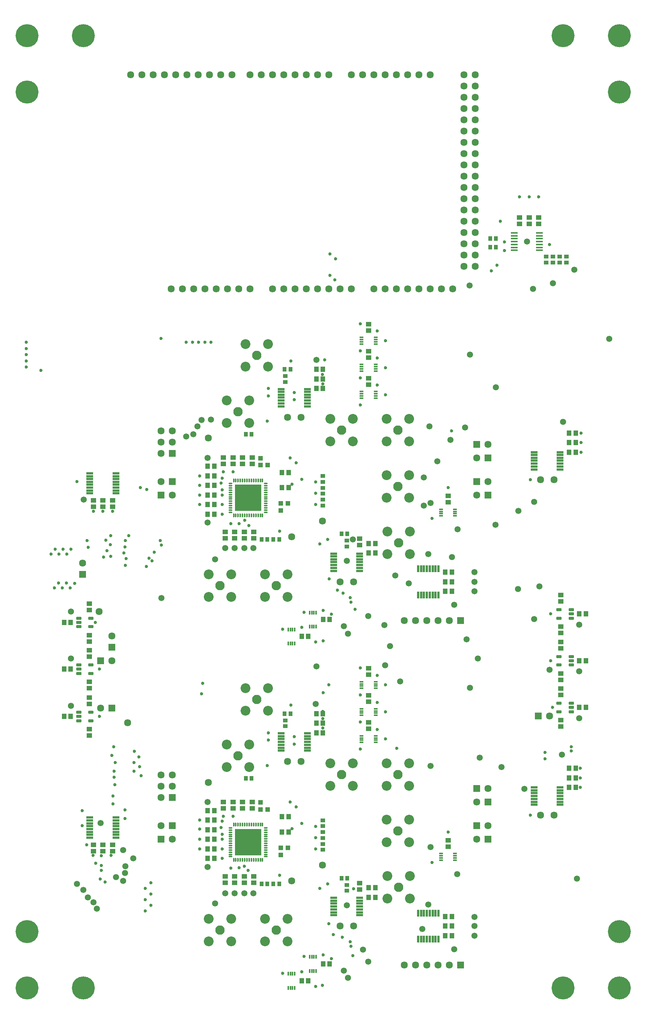
<source format=gbr>
%FSTAX23Y23*%
%MOIN*%
%SFA1B1*%

%IPPOS*%
%AMD41*
4,1,8,0.021900,-0.009800,0.021900,0.009800,0.017700,0.014000,-0.017700,0.014000,-0.021900,0.009800,-0.021900,-0.009800,-0.017700,-0.014000,0.017700,-0.014000,0.021900,-0.009800,0.0*
1,1,0.008426,0.017700,-0.009800*
1,1,0.008426,0.017700,0.009800*
1,1,0.008426,-0.017700,0.009800*
1,1,0.008426,-0.017700,-0.009800*
%
%ADD31O,0.033937X0.014252*%
%ADD32O,0.014252X0.033937*%
%ADD33R,0.238268X0.238268*%
%ADD34R,0.045748X0.041811*%
%ADD35R,0.041811X0.035906*%
%ADD36R,0.062992X0.013780*%
%ADD37R,0.035906X0.041811*%
%ADD38R,0.062480X0.022126*%
%ADD39R,0.041811X0.045748*%
%ADD40R,0.037874X0.016220*%
G04~CAMADD=41~8~0.0~0.0~280.3~437.8~42.1~0.0~15~0.0~0.0~0.0~0.0~0~0.0~0.0~0.0~0.0~0~0.0~0.0~0.0~270.0~438.0~280.0*
%ADD41D41*%
%ADD42R,0.022126X0.062480*%
%ADD43R,0.016220X0.037874*%
%ADD44R,0.039843X0.039843*%
%ADD45R,0.039843X0.039843*%
%ADD46C,0.204409*%
%ADD47C,0.063465*%
%ADD48C,0.087087*%
%ADD49R,0.063465X0.063465*%
%ADD50C,0.083150*%
%ADD51R,0.063465X0.063465*%
%ADD52C,0.029409*%
%ADD53C,0.054409*%
%LNcfd_2channel_soldermask_top-1*%
%LPD*%
G54D31*
X01959Y01572D03*
Y01553D03*
Y01533D03*
Y01513D03*
Y01494D03*
Y01474D03*
Y01454D03*
Y01435D03*
Y01415D03*
Y01395D03*
Y01376D03*
Y01356D03*
Y01336D03*
Y01317D03*
X0227D03*
Y01336D03*
Y01356D03*
Y01376D03*
Y01395D03*
Y01415D03*
Y01435D03*
Y01454D03*
Y01474D03*
Y01494D03*
Y01513D03*
Y01533D03*
Y01553D03*
Y01572D03*
X01959Y04627D03*
Y04608D03*
Y04588D03*
Y04568D03*
Y04549D03*
Y04529D03*
Y04509D03*
Y0449D03*
Y0447D03*
Y0445D03*
Y04431D03*
Y04411D03*
Y04391D03*
Y04372D03*
X0227D03*
Y04391D03*
Y04411D03*
Y04431D03*
Y0445D03*
Y0447D03*
Y0449D03*
Y04509D03*
Y04529D03*
Y04549D03*
Y04568D03*
Y04588D03*
Y04608D03*
Y04627D03*
G54D32*
X01987Y01289D03*
X02006D03*
X02026D03*
X02046D03*
X02065D03*
X02085D03*
X02105D03*
X02124D03*
X02144D03*
X02164D03*
X02183D03*
X02203D03*
X02223D03*
X02242D03*
Y016D03*
X02223D03*
X02203D03*
X02183D03*
X02164D03*
X02144D03*
X02124D03*
X02105D03*
X02085D03*
X02065D03*
X02046D03*
X02026D03*
X02006D03*
X01987D03*
Y04344D03*
X02006D03*
X02026D03*
X02046D03*
X02065D03*
X02085D03*
X02105D03*
X02124D03*
X02144D03*
X02164D03*
X02183D03*
X02203D03*
X02223D03*
X02242D03*
Y04655D03*
X02223D03*
X02203D03*
X02183D03*
X02164D03*
X02144D03*
X02124D03*
X02105D03*
X02085D03*
X02065D03*
X02046D03*
X02026D03*
X02006D03*
X01987D03*
G54D33*
X02115Y01445D03*
Y045D03*
G54D34*
X04695Y06931D03*
Y06988D03*
X0461Y06931D03*
Y06988D03*
X04525Y06931D03*
Y06988D03*
X01895Y04801D03*
X0191Y04198D03*
X01895Y01746D03*
X0191Y01143D03*
X0389Y04518D03*
X03185Y06043D03*
Y05803D03*
Y05563D03*
X03105Y04138D03*
X0489Y03301D03*
Y03638D03*
Y03223D03*
X02165Y04141D03*
X0208D03*
X0489Y02886D03*
Y02808D03*
X03185Y02988D03*
Y02748D03*
Y02508D03*
X0489Y02471D03*
X0389Y01463D03*
X03105Y01083D03*
X02165Y01086D03*
X0208D03*
X02065Y04858D03*
X01895D03*
X0198D03*
X01995Y04141D03*
X0191D03*
X0091Y04421D03*
X0074D03*
X00825D03*
X00705Y03563D03*
Y03148D03*
Y03226D03*
Y02728D03*
Y02811D03*
Y02391D03*
X02065Y01803D03*
X0198D03*
X01895D03*
X01995Y01086D03*
X0191D03*
X00825Y01366D03*
X0091D03*
X0074D03*
X0215Y01803D03*
Y01746D03*
X03105Y01026D03*
X03185Y02691D03*
Y02451D03*
Y02931D03*
X01995Y01143D03*
X0198Y01746D03*
X0389Y01406D03*
X0208Y01143D03*
X02065Y01746D03*
X02165Y01143D03*
Y04198D03*
X02065Y04801D03*
X0208Y04198D03*
X0389Y04461D03*
X0198Y04801D03*
X01995Y04198D03*
X03185Y05986D03*
Y05506D03*
Y05746D03*
X03105Y04081D03*
X0215Y04858D03*
Y04801D03*
X0489Y02528D03*
X00705Y02671D03*
X0489Y02751D03*
X00705Y02448D03*
X0489Y03358D03*
Y02943D03*
Y03581D03*
Y03166D03*
X00705Y03506D03*
Y03091D03*
Y03283D03*
Y02868D03*
X0074Y04478D03*
X00825D03*
X0091D03*
X0074Y01423D03*
X00825D03*
X0091D03*
G54D35*
X0494Y06589D03*
Y0664D03*
X0482Y06589D03*
Y0664D03*
X0488Y06589D03*
Y0664D03*
X0476Y06589D03*
Y0664D03*
X02779Y04643D03*
Y04538D03*
Y04433D03*
Y01588D03*
Y01483D03*
Y01378D03*
Y01639D03*
X02445Y02525D03*
Y02474D03*
X02779Y01534D03*
X0299Y01065D03*
Y01014D03*
X02779Y01429D03*
Y04484D03*
X0299Y0412D03*
Y04069D03*
X02779Y04589D03*
X02445Y0558D03*
Y05529D03*
X02779Y04694D03*
G54D36*
X047Y06851D03*
Y06826D03*
Y068D03*
Y06775D03*
Y06749D03*
Y06723D03*
Y06698D03*
X04479D03*
Y06723D03*
Y06749D03*
Y06775D03*
Y068D03*
Y06826D03*
Y06851D03*
G54D37*
X04264Y06725D03*
X04315D03*
X04315Y068D03*
X04264D03*
X0249Y0564D03*
X02145Y05065D03*
X02944Y0418D03*
X02285Y0413D03*
X0239D03*
X0249Y02585D03*
X02145Y0201D03*
X02944Y01125D03*
X02285Y01075D03*
X0239D03*
X02094Y0201D03*
X02339Y01075D03*
X02234D03*
X02439Y02585D03*
X02995Y01125D03*
Y0418D03*
X02439Y0564D03*
X02234Y0413D03*
X02339D03*
X02094Y05065D03*
G54D38*
X04654Y04804D03*
X02409Y05364D03*
Y02309D03*
X04654Y01829D03*
X02874Y03904D03*
Y00849D03*
X04654Y04753D03*
X02409Y05313D03*
X02874Y03853D03*
X04654Y01778D03*
X02409Y02258D03*
X02874Y00798D03*
X00709Y04642D03*
Y01664D03*
Y01638D03*
Y01587D03*
Y01485D03*
X04654Y04906D03*
Y04881D03*
Y04855D03*
Y0483D03*
Y04778D03*
X04885Y04753D03*
Y04778D03*
Y04804D03*
Y0483D03*
Y04855D03*
Y04881D03*
Y04906D03*
X02409Y02411D03*
Y02386D03*
Y0236D03*
Y02335D03*
Y02283D03*
X0264Y02258D03*
Y02283D03*
Y02309D03*
Y02335D03*
Y0236D03*
Y02386D03*
Y02411D03*
X02874Y00951D03*
Y00926D03*
Y009D03*
Y00875D03*
Y00823D03*
X03105Y00798D03*
Y00823D03*
Y00849D03*
Y00875D03*
Y009D03*
Y00926D03*
Y00951D03*
X02874Y04006D03*
Y03981D03*
Y03955D03*
Y0393D03*
Y03878D03*
X03105Y03853D03*
Y03878D03*
Y03904D03*
Y0393D03*
Y03955D03*
Y03981D03*
Y04006D03*
X02409Y05466D03*
Y05441D03*
Y05415D03*
Y0539D03*
Y05338D03*
X0264Y05313D03*
Y05338D03*
Y05364D03*
Y0539D03*
Y05415D03*
Y05441D03*
Y05466D03*
X04885Y01931D03*
Y01906D03*
Y0188D03*
Y01855D03*
Y01829D03*
Y01803D03*
Y01778D03*
X04654Y01803D03*
Y01855D03*
Y0188D03*
Y01906D03*
Y01931D03*
X0094Y0454D03*
Y04566D03*
Y04591D03*
Y04617D03*
Y04642D03*
Y04668D03*
Y04693D03*
Y04719D03*
X00709D03*
Y04693D03*
Y04668D03*
Y04617D03*
Y04591D03*
Y04566D03*
Y0454D03*
Y01511D03*
Y01536D03*
Y01562D03*
Y01613D03*
X0094Y01664D03*
Y01638D03*
Y01613D03*
Y01587D03*
Y01562D03*
Y01536D03*
Y01511D03*
Y01485D03*
G54D39*
X01813Y0444D03*
Y01385D03*
X05023Y05075D03*
Y0499D03*
Y04905D03*
X03243Y04095D03*
X05056Y0347D03*
X03923Y0384D03*
Y03755D03*
X03243Y0401D03*
X03923Y0367D03*
X02777Y05555D03*
Y0564D03*
Y0547D03*
X02473Y0459D03*
Y04725D03*
X02838Y0342D03*
X02648Y0327D03*
X05056Y03055D03*
Y0264D03*
X05023Y02015D03*
Y021D03*
Y0193D03*
X03923Y007D03*
Y00785D03*
Y00615D03*
X03243Y00955D03*
Y0104D03*
X02777Y025D03*
Y02585D03*
Y02415D03*
X02473Y01535D03*
Y0167D03*
X02838Y00365D03*
X02648Y00215D03*
X01756Y0478D03*
Y0461D03*
Y04695D03*
Y0444D03*
Y04525D03*
Y04355D03*
X00538Y03395D03*
Y0298D03*
Y0256D03*
X01756Y01725D03*
Y0164D03*
Y01555D03*
Y0147D03*
Y01385D03*
Y013D03*
X04966Y05075D03*
Y04905D03*
Y0499D03*
X0272Y02585D03*
Y025D03*
Y02415D03*
X03186Y0104D03*
Y00955D03*
X03866Y00785D03*
Y007D03*
Y00615D03*
X02781Y00365D03*
X02591Y00215D03*
X01813Y0147D03*
Y013D03*
X02416Y0167D03*
X01813Y01555D03*
Y0164D03*
Y01725D03*
X02416Y01535D03*
X01813Y0478D03*
Y04695D03*
Y0461D03*
X02416Y0459D03*
Y04725D03*
X01813Y04355D03*
Y04525D03*
X02591Y0327D03*
X02781Y0342D03*
X03866Y0367D03*
Y03755D03*
Y0384D03*
X03186Y0401D03*
Y04095D03*
X0272Y0547D03*
Y05555D03*
Y0564D03*
X05113Y0264D03*
X00481Y0256D03*
X05113Y0347D03*
Y03055D03*
X00481Y03395D03*
Y0298D03*
X04966Y0193D03*
Y02015D03*
Y021D03*
G54D40*
X03827Y0434D03*
X03122Y05865D03*
Y05385D03*
Y05625D03*
Y0281D03*
Y0257D03*
X03827Y01285D03*
X03122Y0233D03*
X03247Y02629D03*
Y02609D03*
Y0259D03*
Y0257D03*
X03122Y0259D03*
Y02609D03*
Y02629D03*
X03247Y02389D03*
Y02369D03*
Y0235D03*
Y0233D03*
X03122Y0235D03*
Y02369D03*
Y02389D03*
X03247Y02869D03*
Y02849D03*
Y0283D03*
Y0281D03*
X03122Y0283D03*
Y02849D03*
Y02869D03*
X03952Y01344D03*
Y01324D03*
Y01305D03*
Y01285D03*
X03827Y01305D03*
Y01324D03*
Y01344D03*
X03952Y04399D03*
Y04379D03*
Y0436D03*
Y0434D03*
X03827Y0436D03*
Y04379D03*
Y04399D03*
X03122Y05924D03*
Y05904D03*
Y05885D03*
X03247Y05865D03*
Y05885D03*
Y05904D03*
Y05924D03*
X03122Y05444D03*
Y05424D03*
Y05405D03*
X03247Y05385D03*
Y05405D03*
Y05424D03*
Y05444D03*
X03122Y05684D03*
Y05664D03*
Y05645D03*
X03247Y05625D03*
Y05645D03*
Y05664D03*
Y05684D03*
G54D41*
X04984Y0347D03*
Y03055D03*
Y0264D03*
X0061Y03395D03*
Y0298D03*
Y0256D03*
X04875Y02602D03*
Y02677D03*
X04984D03*
Y02602D03*
X0061Y02597D03*
Y02522D03*
X00719D03*
Y02597D03*
X04984Y03432D03*
Y03507D03*
X04875D03*
Y03432D03*
Y03017D03*
Y03092D03*
X04984D03*
Y03017D03*
X0061Y03432D03*
Y03357D03*
X00719D03*
Y03432D03*
X0061Y03017D03*
Y02942D03*
X00719D03*
Y03017D03*
G54D42*
X03702Y03639D03*
Y00584D03*
X03804Y00815D03*
X03778D03*
X03753D03*
X03727D03*
X03702D03*
X03676D03*
X03651D03*
X03625D03*
Y00584D03*
X03651D03*
X03676D03*
X03727D03*
X03753D03*
X03778D03*
X03804D03*
Y0387D03*
X03778D03*
X03753D03*
X03727D03*
X03702D03*
X03676D03*
X03651D03*
X03625D03*
Y03639D03*
X03651D03*
X03676D03*
X03727D03*
X03753D03*
X03778D03*
X03804D03*
G54D43*
X0266Y03482D03*
X0247Y03332D03*
X0266Y00427D03*
X0247Y00277D03*
X02719Y00302D03*
X02699D03*
X0268D03*
X0266D03*
X0268Y00427D03*
X02699D03*
X02719D03*
X02529Y00152D03*
X02509D03*
X0249D03*
X0247D03*
X0249Y00277D03*
X02509D03*
X02529D03*
Y03207D03*
X02509D03*
X0249D03*
X0247D03*
X0249Y03332D03*
X02509D03*
X02529D03*
X02719Y03357D03*
X02699D03*
X0268D03*
X0266D03*
X0268Y03482D03*
X02699D03*
X02719D03*
G54D44*
X02225Y01735D03*
X02287D03*
X02225Y01797D03*
Y0479D03*
X02287D03*
X02225Y04852D03*
G54D45*
X02405Y01395D03*
Y01332D03*
X02467Y01395D03*
X02405Y0445D03*
Y04387D03*
X02467Y0445D03*
G54D46*
X0491Y0015D03*
X0541Y0065D03*
Y081D03*
X0491Y086D03*
X0065Y0015D03*
X0015Y0065D03*
Y081D03*
X0065Y086D03*
X0015D03*
Y0015D03*
X0541Y086D03*
Y0015D03*
G54D47*
X0471Y0466D03*
X02465Y05215D03*
Y0216D03*
X0471Y01685D03*
X0293Y03755D03*
Y007D03*
X00645Y0392D03*
X0413Y06555D03*
X0403D03*
X0203Y06355D03*
X0193D03*
X0137Y08255D03*
X0483Y0466D03*
X0134Y04895D03*
X0144Y04995D03*
X0134D03*
X0144Y05095D03*
X0134D03*
Y0184D03*
X0144Y0194D03*
X0134D03*
X0144Y0204D03*
X0134D03*
X02585Y0216D03*
X0305Y007D03*
X0176Y01975D03*
X039Y00355D03*
X038D03*
X037D03*
X036D03*
X035D03*
X025Y011D03*
X02775Y0124D03*
X0134Y0159D03*
X0144Y0147D03*
X04245Y0192D03*
X04145Y018D03*
X04245Y0159D03*
X04145Y0147D03*
X02775Y04295D03*
X0176Y0503D03*
X04245Y04645D03*
X04145Y04525D03*
X04245Y04975D03*
X04145Y04855D03*
X0134Y04645D03*
X0144Y04525D03*
X025Y04155D03*
X039Y0341D03*
X038D03*
X037D03*
X036D03*
X035D03*
X0305Y03755D03*
X02585Y05215D03*
X0479Y02565D03*
X00805Y02635D03*
X00905Y03055D03*
Y03275D03*
X0483Y01685D03*
X0243Y06355D03*
X0263D03*
X0253D03*
X0283D03*
X0273D03*
X0303D03*
X0293D03*
X0233D03*
X0413Y06655D03*
X0403D03*
X0413Y06955D03*
Y06855D03*
Y06755D03*
Y07055D03*
X0403Y06955D03*
Y06855D03*
Y06755D03*
Y07055D03*
X0413Y07455D03*
Y07355D03*
X0403D03*
X0413Y07255D03*
X0403D03*
X0413Y07155D03*
X0403D03*
Y07455D03*
X0413Y07755D03*
Y07655D03*
Y07555D03*
Y07855D03*
X0403Y07755D03*
Y07655D03*
Y07555D03*
Y07855D03*
X0313Y08255D03*
X0333D03*
X0323D03*
X0353D03*
X0343D03*
X0373D03*
X0363D03*
X0303D03*
X0223D03*
X0243D03*
X0233D03*
X0263D03*
X0253D03*
X0283D03*
X0273D03*
X0157D03*
X0147D03*
X0177D03*
X0167D03*
X0117D03*
X0107D03*
X0127D03*
X0197D03*
X0187D03*
X0213D03*
X0413D03*
Y08155D03*
X0403D03*
X0413Y08055D03*
X0403D03*
X0413Y07955D03*
X0403D03*
Y08255D03*
X0333Y06355D03*
X0353D03*
X0343D03*
X0373D03*
X0363D03*
X0393D03*
X0383D03*
X0323D03*
X0153D03*
X0173D03*
X0163D03*
X0183D03*
X0213D03*
X0143D03*
X01045Y02505D03*
X0079Y0349D03*
G54D48*
X03545Y052D03*
X03345D03*
X03545Y05D03*
X03345Y047D03*
Y05D03*
X03545Y045D03*
Y047D03*
X0355Y042D03*
X0335D03*
X03345Y045D03*
X0355Y04D03*
X0335D03*
X02845Y052D03*
X0229Y05665D03*
Y05865D03*
X03045Y052D03*
Y05D03*
X02845D03*
X02125Y05165D03*
Y05365D03*
X02465Y0362D03*
Y0382D03*
X02265Y0362D03*
Y0382D03*
X03545Y01645D03*
Y01945D03*
X0355Y01145D03*
Y00945D03*
X03545Y02145D03*
X03345Y01645D03*
Y01945D03*
X03545Y01445D03*
X0335Y01145D03*
X03345Y01445D03*
Y02145D03*
X0335Y00945D03*
X02845Y02145D03*
X0229Y0261D03*
Y0281D03*
X03045Y02145D03*
Y01945D03*
X02845D03*
X02125Y0211D03*
Y0231D03*
X02465Y00565D03*
Y00765D03*
X02265Y00565D03*
Y00765D03*
X0209Y05865D03*
Y05665D03*
X01925Y05165D03*
Y05365D03*
X0209Y0281D03*
Y0261D03*
X01965Y0382D03*
Y0362D03*
X01925Y0211D03*
Y0231D03*
X01765Y0362D03*
Y0382D03*
X01965Y00765D03*
Y00565D03*
X01765D03*
Y00765D03*
G54D49*
X0144Y04895D03*
Y0184D03*
X00645Y0382D03*
X00905Y03175D03*
G54D50*
X02365Y00665D03*
X02025Y0221D03*
X01865Y00665D03*
X02945Y02045D03*
X0219Y0271D03*
X03445Y02045D03*
X0345Y01045D03*
X03445Y01545D03*
X0345Y041D03*
X03445Y046D03*
X0219Y05765D03*
X03445Y051D03*
X01865Y0372D03*
X02945Y051D03*
X02365Y0372D03*
X02025Y05265D03*
G54D51*
X04Y00355D03*
X0144Y0159D03*
X0134Y0147D03*
X04145Y0192D03*
X04245Y018D03*
X04145Y0159D03*
X04245Y0147D03*
X04145Y04645D03*
X04245Y04525D03*
X04145Y04975D03*
X04245Y04855D03*
X0144Y04645D03*
X0134Y04525D03*
X04Y0341D03*
X0469Y02565D03*
X00905Y02635D03*
X00805Y03055D03*
G54D52*
X04355Y06956D03*
X02028Y01531D03*
X02071D03*
X02115D03*
X02158D03*
X02201D03*
X02028Y01488D03*
X02071D03*
X02115D03*
X02158D03*
X02201D03*
X02028Y01445D03*
X02071D03*
X02115D03*
X02158D03*
X02201D03*
X02028Y01401D03*
X02071D03*
X02115D03*
X02158D03*
X02201D03*
X02028Y01358D03*
X02071D03*
X02115D03*
X02158D03*
X02201D03*
X02028Y04586D03*
X02071D03*
X02115D03*
X02158D03*
X02201D03*
X02028Y04543D03*
X02071D03*
X02115D03*
X02158D03*
X02201D03*
X02028Y045D03*
X02071D03*
X02115D03*
X02158D03*
X02201D03*
X02028Y04456D03*
X02071D03*
X02115D03*
X02158D03*
X02201D03*
X02028Y04413D03*
X02071D03*
X02115D03*
X02158D03*
X02201D03*
X01335Y0412D03*
X0305Y0103D03*
X03436Y02278D03*
X0326Y02925D03*
X03335Y0284D03*
X03749Y01264D03*
X05065Y021D03*
X0507Y0499D03*
Y05075D03*
Y04905D03*
X04985Y0229D03*
X04273Y06516D03*
X0284Y06475D03*
X02841Y06666D03*
X02885Y06435D03*
X0289Y0662D03*
X02523Y05435D03*
X04325Y06565D03*
X0479Y06747D03*
X0439Y06773D03*
X04525Y0717D03*
X0461D03*
X04695D03*
X0439Y06695D03*
X05065Y0193D03*
Y02015D03*
X0081Y01325D03*
X00642Y01725D03*
X0064Y0159D03*
X0068Y0142D03*
X00738Y01327D03*
X00898D03*
X0081Y01237D03*
X0076Y01257D03*
X02777Y02458D03*
X02777Y02542D03*
X02778Y0551D03*
X02775Y05595D03*
X0091Y0438D03*
X00825D03*
X0074D03*
X01685Y01385D03*
Y0147D03*
Y01642D03*
Y0156D03*
Y04695D03*
Y0461D03*
Y0444D03*
Y04525D03*
X01875Y0463D03*
X01886Y04675D03*
X0173Y05882D03*
X01675D03*
X0162D03*
X01565D03*
X01785D03*
X0134Y05915D03*
X00145Y0566D03*
X00275Y0563D03*
X00145Y0588D03*
Y05825D03*
Y0577D03*
Y05715D03*
X0198Y0473D03*
X01895D03*
X03063Y0351D03*
X02907Y0368D03*
X0278Y0277D03*
X02777Y02606D03*
X0212Y04255D03*
X00845Y0109D03*
X02034Y01217D03*
X0125Y01085D03*
X02115Y01195D03*
X0208Y0123D03*
X00802Y01117D03*
X012Y00835D03*
X0081Y01195D03*
X01886Y01631D03*
X01885Y01515D03*
Y0457D03*
X02085Y043D03*
X01874Y01576D03*
X004Y04045D03*
X0054D03*
X00365Y04D03*
X00505D03*
X0047Y04045D03*
X00435Y04D03*
X00465Y037D03*
X00573Y03742D03*
X005Y03745D03*
X00535Y037D03*
X0043Y03745D03*
X00395Y037D03*
X00925Y02075D03*
Y0202D03*
X0093Y01955D03*
X00935Y0215D03*
X00905Y02215D03*
X0092Y0229D03*
X01165Y02035D03*
X011Y02075D03*
X0115Y02115D03*
X011Y0215D03*
X01145Y022D03*
X01105Y0225D03*
X0171Y02855D03*
X017Y0276D03*
X0283Y0284D03*
X0086Y0403D03*
X0083Y03975D03*
X00895Y0398D03*
X0089Y04085D03*
X0085Y04125D03*
X00895Y04165D03*
X00685Y0412D03*
X00695Y0406D03*
X01025Y039D03*
X0103Y0396D03*
X0101Y0401D03*
X0102Y04065D03*
X01025Y0412D03*
X01055Y04165D03*
X04985Y02255D03*
X0475Y02185D03*
Y0224D03*
X00595Y04645D03*
X01157Y04593D03*
X01216Y04576D03*
X03028Y00521D03*
X02855Y00412D03*
X03046Y00438D03*
X0302Y0056D03*
X0102Y0173D03*
Y01655D03*
X00915Y01855D03*
Y01785D03*
X00795Y0256D03*
X0283Y0072D03*
X0287Y00625D03*
X02835Y0378D03*
X03028Y03576D03*
X02957Y03655D03*
X02855Y03467D03*
X0302Y03615D03*
X02495Y0266D03*
X02715Y0322D03*
X0462Y0466D03*
X04818Y0264D03*
X048Y03055D03*
X0242Y03335D03*
X0278Y0323D03*
Y035D03*
X02775Y00175D03*
X0278Y00445D03*
X00757Y03395D03*
X01345Y04082D03*
X0126Y0394D03*
X0121Y0389D03*
X01235Y03964D03*
X0128Y04019D03*
X0125Y00985D03*
X012Y01035D03*
X0125Y00885D03*
X012Y00935D03*
X00795Y0298D03*
X0259Y00295D03*
X02715Y00165D03*
X0311Y0299D03*
X02487Y018D03*
X0254Y01758D03*
X0389Y01535D03*
X02506Y01565D03*
X0259Y0161D03*
X02523Y0238D03*
X02295Y02415D03*
X02523Y02315D03*
X02295Y0235D03*
X02285Y02125D03*
X0295Y006D03*
X0275Y01035D03*
X0282Y01075D03*
X0311Y0251D03*
Y0227D03*
X0261Y0043D03*
X0242Y0028D03*
X0311Y0275D03*
X03335Y026D03*
Y0236D03*
X02715Y01585D03*
Y01485D03*
Y01385D03*
X01885Y013D03*
Y01385D03*
X01895Y01675D03*
X0198D03*
X02395Y0115D03*
X02487Y04855D03*
X02295Y0547D03*
X02523Y0537D03*
X02295Y05405D03*
X0275Y0409D03*
X0259Y04665D03*
X0261Y03485D03*
X02495Y05715D03*
X02795Y05725D03*
X02715Y0444D03*
Y0454D03*
Y0464D03*
X0254Y04813D03*
X02285Y0518D03*
X0462Y01685D03*
X048Y0347D03*
X01885Y0147D03*
X0326Y02685D03*
Y02445D03*
X0196Y01215D03*
X02395Y04205D03*
X02035Y0427D03*
X01885Y04355D03*
Y0444D03*
X03335Y05415D03*
Y05655D03*
Y05895D03*
X0392Y05095D03*
X0282Y0413D03*
X02506Y0462D03*
X0259Y0335D03*
X0311Y05805D03*
Y05565D03*
X0326Y0574D03*
Y055D03*
X0311Y05325D03*
Y06045D03*
X0326Y0598D03*
X03749Y04319D03*
X0389Y0459D03*
X01885Y04525D03*
X0196Y0427D03*
G54D53*
X03925Y03975D03*
X0342Y0381D03*
X0318Y03453D03*
X0431Y0426D03*
X04645Y06355D03*
X04315Y0548D03*
X04085Y02815D03*
X03465Y0287D03*
X0272Y03005D03*
X0532Y0591D03*
X0482Y06405D03*
X05035Y0112D03*
X0501Y06525D03*
X05055Y03375D03*
X04085Y0577D03*
X0408Y06385D03*
X03675Y0468D03*
X03045Y0413D03*
X03675Y0443D03*
X03795Y04825D03*
X0391Y05015D03*
X0404Y05125D03*
X0459Y06775D03*
X0491Y05175D03*
X04125Y0367D03*
Y03755D03*
Y0384D03*
Y00615D03*
Y007D03*
Y0078D03*
X01025Y01232D03*
X0216Y0099D03*
X0208D03*
X01995D03*
X0191D03*
X0182Y009D03*
X0216Y04055D03*
X0208D03*
X01995D03*
X0191D03*
X01755Y04855D03*
X017Y0519D03*
X01785Y05195D03*
X01665Y05135D03*
X01627Y05065D03*
X04515Y04385D03*
X04655Y04465D03*
X047Y03715D03*
X04655Y03425D03*
X03375Y03185D03*
X03325Y0337D03*
X02715Y0267D03*
X049Y0222D03*
X01005Y01375D03*
X01565Y05045D03*
X0077Y00855D03*
X0074Y0091D03*
X00595Y01075D03*
X0065Y0102D03*
X0069Y00955D03*
X01005Y011D03*
X01022Y01172D03*
X0094Y01135D03*
X01095Y013D03*
X0054Y0349D03*
X0451Y0369D03*
X0366Y00675D03*
X03715Y0089D03*
X0318Y00385D03*
X03542Y03742D03*
X03715Y04D03*
X03735Y0212D03*
X0479Y02975D03*
X0417Y02195D03*
X04567Y01917D03*
X04365Y0211D03*
X04055Y03245D03*
X04155Y03075D03*
X03975Y0422D03*
X0397Y0116D03*
X0333Y03015D03*
X02965Y0336D03*
X01344Y03612D03*
X00803Y01616D03*
X0054Y02655D03*
Y03075D03*
X00655Y04485D03*
X05055Y02545D03*
Y0296D03*
X03945Y00495D03*
X01755Y01225D03*
Y018D03*
X0299Y00885D03*
X03135Y0049D03*
X02965Y00305D03*
X03Y0024D03*
Y03295D03*
X0299Y0394D03*
X03945Y0355D03*
X03735Y014D03*
X0182Y03955D03*
X0272Y05725D03*
X03735Y04455D03*
X03725Y05135D03*
X01755Y0428D03*
M02*
</source>
